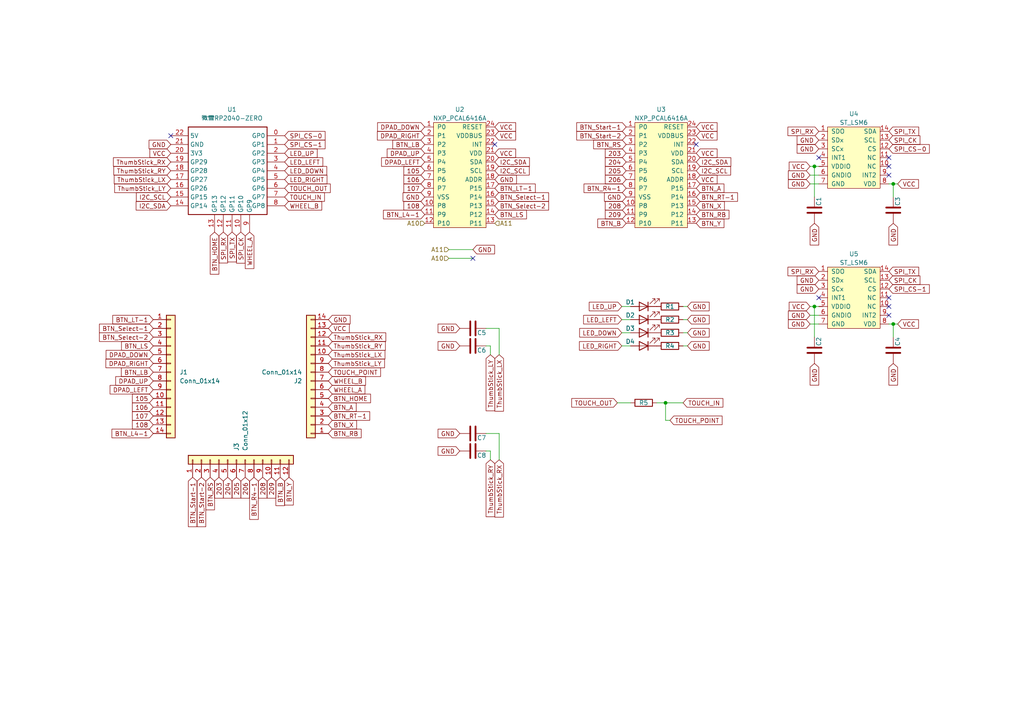
<source format=kicad_sch>
(kicad_sch (version 20231120) (generator "eeschema") (generator_version "8.0")
  (paper "A4")
  (lib_symbols
    (symbol "Connector_Generic:Conn_01x12" (pin_names (offset 1.016) hide)
      (property "Reference" "J" (at 0 15.24 0))
      (property "Value" "Conn_01x12" (at 0 -17.78 0))
      (symbol "Conn_01x12_1_1"
        (rectangle (start -1.27 -15.113) (end 0 -15.367) (stroke (width 0.1524)))
        (rectangle (start -1.27 -12.573) (end 0 -12.827) (stroke (width 0.1524)))
        (rectangle (start -1.27 -10.033) (end 0 -10.287) (stroke (width 0.1524)))
        (rectangle (start -1.27 -7.493) (end 0 -7.747) (stroke (width 0.1524)))
        (rectangle (start -1.27 -4.953) (end 0 -5.207) (stroke (width 0.1524)))
        (rectangle (start -1.27 -2.413) (end 0 -2.667) (stroke (width 0.1524)))
        (rectangle (start -1.27 0.127) (end 0 -0.127) (stroke (width 0.1524)))
        (rectangle (start -1.27 2.667) (end 0 2.413) (stroke (width 0.1524)))
        (rectangle (start -1.27 5.207) (end 0 4.953) (stroke (width 0.1524)))
        (rectangle (start -1.27 7.747) (end 0 7.493) (stroke (width 0.1524)))
        (rectangle (start -1.27 10.287) (end 0 10.033) (stroke (width 0.1524)))
        (rectangle (start -1.27 12.827) (end 0 12.573) (stroke (width 0.1524)))
        (rectangle (start -1.27 13.97) (end 1.27 -16.51) (stroke (width 0.254)) (fill (type background)))
        (pin passive line (at -5.08 12.7 0) (length 3.81) (name "Pin_1") (number "1"))
        (pin passive line (at -5.08 -10.16 0) (length 3.81) (name "Pin_10") (number "10"))
        (pin passive line (at -5.08 -12.7 0) (length 3.81) (name "Pin_11") (number "11"))
        (pin passive line (at -5.08 -15.24 0) (length 3.81) (name "Pin_12") (number "12"))
        (pin passive line (at -5.08 10.16 0) (length 3.81) (name "Pin_2") (number "2"))
        (pin passive line (at -5.08 7.62 0) (length 3.81) (name "Pin_3") (number "3"))
        (pin passive line (at -5.08 5.08 0) (length 3.81) (name "Pin_4") (number "4"))
        (pin passive line (at -5.08 2.54 0) (length 3.81) (name "Pin_5") (number "5"))
        (pin passive line (at -5.08 0 0) (length 3.81) (name "Pin_6") (number "6"))
        (pin passive line (at -5.08 -2.54 0) (length 3.81) (name "Pin_7") (number "7"))
        (pin passive line (at -5.08 -5.08 0) (length 3.81) (name "Pin_8") (number "8"))
        (pin passive line (at -5.08 -7.62 0) (length 3.81) (name "Pin_9") (number "9"))
      )
    )
    (symbol "Connector_Generic:Conn_01x14" (pin_names (offset 1.016) hide)
      (property "Reference" "J" (at 0 17.78 0))
      (property "Value" "Conn_01x14" (at 0 -20.32 0))
      (symbol "Conn_01x14_1_1"
        (rectangle (start -1.27 -17.653) (end 0 -17.907) (stroke (width 0.1524)))
        (rectangle (start -1.27 -15.113) (end 0 -15.367) (stroke (width 0.1524)))
        (rectangle (start -1.27 -12.573) (end 0 -12.827) (stroke (width 0.1524)))
        (rectangle (start -1.27 -10.033) (end 0 -10.287) (stroke (width 0.1524)))
        (rectangle (start -1.27 -7.493) (end 0 -7.747) (stroke (width 0.1524)))
        (rectangle (start -1.27 -4.953) (end 0 -5.207) (stroke (width 0.1524)))
        (rectangle (start -1.27 -2.413) (end 0 -2.667) (stroke (width 0.1524)))
        (rectangle (start -1.27 0.127) (end 0 -0.127) (stroke (width 0.1524)))
        (rectangle (start -1.27 2.667) (end 0 2.413) (stroke (width 0.1524)))
        (rectangle (start -1.27 5.207) (end 0 4.953) (stroke (width 0.1524)))
        (rectangle (start -1.27 7.747) (end 0 7.493) (stroke (width 0.1524)))
        (rectangle (start -1.27 10.287) (end 0 10.033) (stroke (width 0.1524)))
        (rectangle (start -1.27 12.827) (end 0 12.573) (stroke (width 0.1524)))
        (rectangle (start -1.27 15.367) (end 0 15.113) (stroke (width 0.1524)))
        (rectangle (start -1.27 16.51) (end 1.27 -19.05) (stroke (width 0.254)) (fill (type background)))
        (pin passive line (at -5.08 15.24 0) (length 3.81) (name "Pin_1") (number "1"))
        (pin passive line (at -5.08 -7.62 0) (length 3.81) (name "Pin_10") (number "10"))
        (pin passive line (at -5.08 -10.16 0) (length 3.81) (name "Pin_11") (number "11"))
        (pin passive line (at -5.08 -12.7 0) (length 3.81) (name "Pin_12") (number "12"))
        (pin passive line (at -5.08 -15.24 0) (length 3.81) (name "Pin_13") (number "13"))
        (pin passive line (at -5.08 -17.78 0) (length 3.81) (name "Pin_14") (number "14"))
        (pin passive line (at -5.08 12.7 0) (length 3.81) (name "Pin_2") (number "2"))
        (pin passive line (at -5.08 10.16 0) (length 3.81) (name "Pin_3") (number "3"))
        (pin passive line (at -5.08 7.62 0) (length 3.81) (name "Pin_4") (number "4"))
        (pin passive line (at -5.08 5.08 0) (length 3.81) (name "Pin_5") (number "5"))
        (pin passive line (at -5.08 2.54 0) (length 3.81) (name "Pin_6") (number "6"))
        (pin passive line (at -5.08 0 0) (length 3.81) (name "Pin_7") (number "7"))
        (pin passive line (at -5.08 -2.54 0) (length 3.81) (name "Pin_8") (number "8"))
        (pin passive line (at -5.08 -5.08 0) (length 3.81) (name "Pin_9") (number "9"))
      )
    )
    (symbol "Device:C" (pin_numbers hide) (pin_names (offset 0.254))
      (property "Reference" "C" (at 0.635 2.54 0))
      (property "Value" "C" (at 0.635 -2.54 0))
      (symbol "C_0_1"
        (polyline (pts (xy -2.032 -0.762) (xy 2.032 -0.762)) (stroke (width 0.508)))
        (polyline (pts (xy -2.032 0.762) (xy 2.032 0.762)) (stroke (width 0.508)))
      )
      (symbol "C_1_1"
        (pin passive line (at 0 3.81 270) (length 2.794) (name "~") (number "1"))
        (pin passive line (at 0 -3.81 90) (length 2.794) (name "~") (number "2"))
      )
    )
    (symbol "Device:LED" (pin_numbers hide) (pin_names (offset 1.016) hide)
      (property "Reference" "D" (at 0 2.54 0))
      (property "Value" "LED" (at 0 -2.54 0))
      (symbol "LED_0_1"
        (polyline (pts (xy -1.27 -1.27) (xy -1.27 1.27)) (stroke (width 0.254)))
        (polyline (pts (xy -1.27 0) (xy 1.27 0)))
        (polyline (pts (xy 1.27 -1.27) (xy 1.27 1.27) (xy -1.27 0) (xy 1.27 -1.27)) (stroke (width 0.254)))
        (polyline (pts (xy -3.048 -0.762) (xy -4.572 -2.286) (xy -3.81 -2.286) (xy -4.572 -2.286) (xy -4.572 -1.524)))
        (polyline (pts (xy -1.778 -0.762) (xy -3.302 -2.286) (xy -2.54 -2.286) (xy -3.302 -2.286) (xy -3.302 -1.524)))
      )
      (symbol "LED_1_1"
        (pin passive line (at -3.81 0 0) (length 2.54) (name "K") (number "1"))
        (pin passive line (at 3.81 0 180) (length 2.54) (name "A") (number "2"))
      )
    )
    (symbol "Device:R" (pin_numbers hide) (pin_names (offset 0))
      (property "Reference" "R" (at 2.032 0 90))
      (property "Value" "R" (at 0 0 90))
      (symbol "R_0_1"
        (rectangle (start -1.016 -2.54) (end 1.016 2.54) (stroke (width 0.254)))
      )
      (symbol "R_1_1"
        (pin passive line (at 0 3.81 270) (length 1.27) (name "~") (number "1"))
        (pin passive line (at 0 -3.81 90) (length 1.27) (name "~") (number "2"))
      )
    )
    (symbol "ILO_sym:NXP_PCAL6416A" (pin_names (offset 1.016))
      (property "Reference" "U" (at 0 11.43 0))
      (property "Value" "NXP_PCAL6416A" (at 0 13.97 0))
      (symbol "NXP_PCAL6416A_0_1"
        (rectangle (start -7.62 10.16) (end 7.62 -20.32) (fill (type background)))
      )
      (symbol "NXP_PCAL6416A_1_1"
        (pin input line (at -10.16 8.89 0) (length 2.54) (name "P0") (number "1"))
        (pin input line (at -10.16 -13.97 0) (length 2.54) (name "P8") (number "10"))
        (pin input line (at -10.16 -16.51 0) (length 2.54) (name "P9") (number "11"))
        (pin input line (at -10.16 -19.05 0) (length 2.54) (name "P10") (number "12"))
        (pin input line (at 10.16 -19.05 180) (length 2.54) (name "P11") (number "13"))
        (pin input line (at 10.16 -16.51 180) (length 2.54) (name "P12") (number "14"))
        (pin input line (at 10.16 -13.97 180) (length 2.54) (name "P13") (number "15"))
        (pin input line (at 10.16 -11.43 180) (length 2.54) (name "P14") (number "16"))
        (pin input line (at 10.16 -8.89 180) (length 2.54) (name "P15") (number "17"))
        (pin input line (at 10.16 -6.35 180) (length 2.54) (name "ADDR") (number "18"))
        (pin input line (at 10.16 -3.81 180) (length 2.54) (name "SCL") (number "19"))
        (pin input line (at -10.16 6.35 0) (length 2.54) (name "P1") (number "2"))
        (pin input line (at 10.16 -1.27 180) (length 2.54) (name "SDA") (number "20"))
        (pin input line (at 10.16 1.27 180) (length 2.54) (name "VDD") (number "21"))
        (pin input line (at 10.16 3.81 180) (length 2.54) (name "INT") (number "22"))
        (pin input line (at 10.16 6.35 180) (length 2.54) (name "VDDBUS") (number "23"))
        (pin input line (at 10.16 8.89 180) (length 2.54) (name "RESET") (number "24"))
        (pin input line (at -10.16 3.81 0) (length 2.54) (name "P2") (number "3"))
        (pin input line (at -10.16 1.27 0) (length 2.54) (name "P3") (number "4"))
        (pin input line (at -10.16 -1.27 0) (length 2.54) (name "P4") (number "5"))
        (pin input line (at -10.16 -3.81 0) (length 2.54) (name "P5") (number "6"))
        (pin input line (at -10.16 -6.35 0) (length 2.54) (name "P6") (number "7"))
        (pin input line (at -10.16 -8.89 0) (length 2.54) (name "P7") (number "8"))
        (pin input line (at -10.16 -11.43 0) (length 2.54) (name "VSS") (number "9"))
      )
    )
    (symbol "ILO_sym:ST_LSM6" (pin_names (offset 1.016))
      (property "Reference" "U" (at 0 10.16 0))
      (property "Value" "ST_LSM6" (at 0 7.62 0))
      (symbol "ST_LSM6_0_0"
        (rectangle (start -7.62 5.08) (end 7.62 -12.7) (fill (type background)))
      )
      (symbol "ST_LSM6_0_1"
        (rectangle (start -8.89 -6.35) (end -10.16 -6.35))
      )
      (symbol "ST_LSM6_1_1"
        (pin bidirectional line (at -10.16 3.81 0) (length 2.54) (name "SDO") (number "1"))
        (pin bidirectional line (at 10.16 -6.35 180) (length 2.54) (name "NC") (number "10"))
        (pin bidirectional line (at 10.16 -3.81 180) (length 2.54) (name "NC") (number "11"))
        (pin bidirectional line (at 10.16 -1.27 180) (length 2.54) (name "CS") (number "12"))
        (pin bidirectional line (at 10.16 1.27 180) (length 2.54) (name "SCL") (number "13"))
        (pin bidirectional line (at 10.16 3.81 180) (length 2.54) (name "SDA") (number "14"))
        (pin bidirectional line (at -10.16 1.27 0) (length 2.54) (name "SDx") (number "2"))
        (pin bidirectional line (at -10.16 -1.27 0) (length 2.54) (name "SCx") (number "3"))
        (pin bidirectional line (at -10.16 -3.81 0) (length 2.54) (name "INT1") (number "4"))
        (pin bidirectional line (at -10.16 -6.35 0) (length 2.54) (name "VDDIO") (number "5"))
        (pin bidirectional line (at -10.16 -8.89 0) (length 2.54) (name "GNDIO") (number "6"))
        (pin bidirectional line (at -10.16 -11.43 0) (length 2.54) (name "GND") (number "7"))
        (pin bidirectional line (at 10.16 -11.43 180) (length 2.54) (name "VDD") (number "8"))
        (pin bidirectional line (at 10.16 -8.89 180) (length 2.54) (name "INT2") (number "9"))
      )
    )
    (symbol "ILO_sym:微雪RP2040-ZERO"
      (property "Reference" "U?" (at 0 0 0))
      (property "Value" "微雪RP2040-ZERO" (at 0 0 0))
      (symbol "微雪RP2040-ZERO_0_0"
        (rectangle (start -15.24 0) (end 7.62 -25.4) (stroke (width 0.254)))
        (pin unspecified line (at -20.32 -7.62 0) (length 5.08) (name "3V3") (number "20"))
        (pin unspecified line (at -20.32 -5.08 0) (length 5.08) (name "GND") (number "21"))
        (pin unspecified line (at -20.32 -2.54 0) (length 5.08) (name "5V") (number "22"))
      )
      (symbol "微雪RP2040-ZERO_1_0"
        (pin unspecified line (at 12.7 -2.54 180) (length 5.08) (name "GP0") (number "0"))
        (pin unspecified line (at 12.7 -5.08 180) (length 5.08) (name "GP1") (number "1"))
        (pin unspecified line (at 0 -30.48 90) (length 5.08) (name "GP10") (number "10"))
        (pin unspecified line (at -2.54 -30.48 90) (length 5.08) (name "GP11") (number "11"))
        (pin unspecified line (at -5.08 -30.48 90) (length 5.08) (name "GP12") (number "12"))
        (pin unspecified line (at -7.62 -30.48 90) (length 5.08) (name "GP13") (number "13"))
        (pin unspecified line (at -20.32 -22.86 0) (length 5.08) (name "GP14") (number "14"))
        (pin unspecified line (at -20.32 -20.32 0) (length 5.08) (name "GP15") (number "15"))
        (pin unspecified line (at -20.32 -17.78 0) (length 5.08) (name "GP26") (number "16"))
        (pin unspecified line (at -20.32 -15.24 0) (length 5.08) (name "GP27") (number "17"))
        (pin unspecified line (at -20.32 -12.7 0) (length 5.08) (name "GP28") (number "18"))
        (pin unspecified line (at -20.32 -10.16 0) (length 5.08) (name "GP29") (number "19"))
        (pin unspecified line (at 12.7 -7.62 180) (length 5.08) (name "GP2") (number "2"))
        (pin unspecified line (at 12.7 -10.16 180) (length 5.08) (name "GP3") (number "3"))
        (pin unspecified line (at 12.7 -12.7 180) (length 5.08) (name "GP4") (number "4"))
        (pin unspecified line (at 12.7 -15.24 180) (length 5.08) (name "GP5") (number "5"))
        (pin unspecified line (at 12.7 -17.78 180) (length 5.08) (name "GP6") (number "6"))
        (pin unspecified line (at 12.7 -20.32 180) (length 5.08) (name "GP7") (number "7"))
        (pin unspecified line (at 12.7 -22.86 180) (length 5.08) (name "GP8") (number "8"))
        (pin unspecified line (at 2.54 -30.48 90) (length 5.08) (name "GP9") (number "9"))
      )
    )
  )
  (junction (at 259.08 93.98))
  (junction (at 193.04 116.84))
  (junction (at 259.08 53.34))
  (junction (at 236.22 88.9))
  (junction (at 236.22 48.26))
  (no_connect (at 201.93 41.91))
  (no_connect (at 257.81 50.8))
  (no_connect (at 49.53 39.37))
  (no_connect (at 143.51 41.91))
  (no_connect (at 257.81 88.9))
  (no_connect (at 237.49 45.72))
  (no_connect (at 257.81 48.26))
  (no_connect (at 137.16 74.93))
  (no_connect (at 257.81 91.44))
  (no_connect (at 257.81 86.36))
  (no_connect (at 257.81 45.72))
  (no_connect (at 237.49 86.36))
  (wire (pts (xy 180.34 96.52) (xy 182.88 96.52)))
  (wire (pts (xy 193.04 121.92) (xy 194.31 121.92)))
  (wire (pts (xy 234.95 50.8) (xy 237.49 50.8)))
  (wire (pts (xy 236.22 57.15) (xy 236.22 48.26)))
  (wire (pts (xy 199.39 96.52) (xy 198.12 96.52)))
  (wire (pts (xy 193.04 116.84) (xy 193.04 121.92)))
  (wire (pts (xy 234.95 91.44) (xy 237.49 91.44)))
  (wire (pts (xy 180.34 88.9) (xy 182.88 88.9)))
  (wire (pts (xy 142.24 100.33) (xy 140.97 100.33)))
  (wire (pts (xy 257.81 53.34) (xy 259.08 53.34)))
  (wire (pts (xy 142.24 130.81) (xy 140.97 130.81)))
  (wire (pts (xy 130.175 74.93) (xy 137.16 74.93)))
  (wire (pts (xy 259.08 53.34) (xy 259.08 57.15)))
  (wire (pts (xy 180.34 92.71) (xy 182.88 92.71)))
  (wire (pts (xy 144.78 95.25) (xy 144.78 102.87)))
  (wire (pts (xy 237.49 48.26) (xy 236.22 48.26)))
  (wire (pts (xy 236.22 88.9) (xy 234.95 88.9)))
  (wire (pts (xy 144.78 125.73) (xy 144.78 133.35)))
  (wire (pts (xy 193.04 116.84) (xy 198.12 116.84)))
  (wire (pts (xy 199.39 88.9) (xy 198.12 88.9)))
  (wire (pts (xy 257.81 93.98) (xy 259.08 93.98)))
  (wire (pts (xy 142.24 100.33) (xy 142.24 102.87)))
  (wire (pts (xy 142.24 130.81) (xy 142.24 133.35)))
  (wire (pts (xy 259.08 53.34) (xy 260.35 53.34)))
  (wire (pts (xy 199.39 92.71) (xy 198.12 92.71)))
  (wire (pts (xy 140.97 125.73) (xy 144.78 125.73)))
  (wire (pts (xy 259.08 93.98) (xy 259.08 97.79)))
  (wire (pts (xy 140.97 95.25) (xy 144.78 95.25)))
  (wire (pts (xy 236.22 97.79) (xy 236.22 88.9)))
  (wire (pts (xy 236.22 48.26) (xy 234.95 48.26)))
  (wire (pts (xy 199.39 100.33) (xy 198.12 100.33)))
  (wire (pts (xy 234.95 53.34) (xy 237.49 53.34)))
  (wire (pts (xy 130.175 72.39) (xy 137.16 72.39)))
  (wire (pts (xy 259.08 93.98) (xy 260.35 93.98)))
  (wire (pts (xy 190.5 116.84) (xy 193.04 116.84)))
  (wire (pts (xy 234.95 93.98) (xy 237.49 93.98)))
  (wire (pts (xy 179.07 116.84) (xy 182.88 116.84)))
  (wire (pts (xy 180.34 100.33) (xy 182.88 100.33)))
  (wire (pts (xy 237.49 88.9) (xy 236.22 88.9)))
  (global_label "ThumbStick_LX" (shape input) (at 95.25 102.87 0) (property "Intersheetrefs" "${INTERSHEET_REFS}" (effects (hide yes))))
  (global_label "BTN_HOME" (shape input) (at 62.23 67.31 270) (property "Intersheetrefs" "${INTERSHEET_REFS}" (effects (hide yes))))
  (global_label "ThumbStick_LX" (shape input) (at 49.53 52.07 180) (property "Intersheetrefs" "${INTERSHEET_REFS}" (effects (hide yes))))
  (global_label "GND" (shape input) (at 234.95 91.44 180) (property "Intersheetrefs" "${INTERSHEET_REFS}" (effects (hide yes))))
  (global_label "GND" (shape input) (at 143.51 52.07 0) (property "Intersheetrefs" "${INTERSHEET_REFS}" (effects (hide yes))))
  (global_label "BTN_LB" (shape input) (at 44.45 107.95 180) (property "Intersheetrefs" "${INTERSHEET_REFS}" (effects (hide yes))))
  (global_label "ThumbStick_RY" (shape input) (at 142.24 133.35 270) (property "Intersheetrefs" "${INTERSHEET_REFS}" (effects (hide yes))))
  (global_label "GND" (shape input) (at 199.39 96.52 0) (property "Intersheetrefs" "${INTERSHEET_REFS}" (effects (hide yes))))
  (global_label "GND" (shape input) (at 133.35 130.81 180) (property "Intersheetrefs" "${INTERSHEET_REFS}" (effects (hide yes))))
  (global_label "LED_RIGHT" (shape input) (at 82.55 52.07 0) (property "Intersheetrefs" "${INTERSHEET_REFS}" (effects (hide yes))))
  (global_label "VCC" (shape input) (at 201.93 36.83 0) (property "Intersheetrefs" "${INTERSHEET_REFS}" (effects (hide yes))))
  (global_label "BTN_Start-1" (shape input) (at 181.61 36.83 180) (property "Intersheetrefs" "${INTERSHEET_REFS}" (effects (hide yes))))
  (global_label "105" (shape input) (at 123.19 49.53 180) (property "Intersheetrefs" "${INTERSHEET_REFS}" (effects (hide yes))))
  (global_label "WHEEL_B" (shape input) (at 82.55 59.69 0) (property "Intersheetrefs" "${INTERSHEET_REFS}" (effects (hide yes))))
  (global_label "LED_LEFT" (shape input) (at 180.34 92.71 180) (property "Intersheetrefs" "${INTERSHEET_REFS}" (effects (hide yes))))
  (global_label "VCC" (shape input) (at 143.51 44.45 0) (property "Intersheetrefs" "${INTERSHEET_REFS}" (effects (hide yes))))
  (global_label "BTN_Start-1" (shape input) (at 55.88 138.43 270) (property "Intersheetrefs" "${INTERSHEET_REFS}" (effects (hide yes))))
  (global_label "BTN_A" (shape input) (at 95.25 118.11 0) (property "Intersheetrefs" "${INTERSHEET_REFS}" (effects (hide yes))))
  (global_label "DPAD_UP" (shape input) (at 44.45 110.49 180) (property "Intersheetrefs" "${INTERSHEET_REFS}" (effects (hide yes))))
  (global_label "204" (shape input) (at 181.61 46.99 180) (property "Intersheetrefs" "${INTERSHEET_REFS}" (effects (hide yes))))
  (global_label "SPI_TX" (shape input) (at 257.81 78.74 0) (property "Intersheetrefs" "${INTERSHEET_REFS}" (effects (hide yes))))
  (global_label "TOUCH_OUT" (shape input) (at 179.07 116.84 180) (property "Intersheetrefs" "${INTERSHEET_REFS}" (effects (hide yes))))
  (global_label "GND" (shape input) (at 137.16 72.39 0) (property "Intersheetrefs" "${INTERSHEET_REFS}" (effects (hide yes))))
  (global_label "204" (shape input) (at 66.04 138.43 270) (property "Intersheetrefs" "${INTERSHEET_REFS}" (effects (hide yes))))
  (global_label "SPI_TX" (shape input) (at 67.31 67.31 270) (property "Intersheetrefs" "${INTERSHEET_REFS}" (effects (hide yes))))
  (global_label "BTN_RS" (shape input) (at 60.96 138.43 270) (property "Intersheetrefs" "${INTERSHEET_REFS}" (effects (hide yes))))
  (global_label "203" (shape input) (at 63.5 138.43 270) (property "Intersheetrefs" "${INTERSHEET_REFS}" (effects (hide yes))))
  (global_label "BTN_X" (shape input) (at 201.93 59.69 0) (property "Intersheetrefs" "${INTERSHEET_REFS}" (effects (hide yes))))
  (global_label "108" (shape input) (at 123.19 59.69 180) (property "Intersheetrefs" "${INTERSHEET_REFS}" (effects (hide yes))))
  (global_label "I2C_SCL" (shape input) (at 143.51 49.53 0) (property "Intersheetrefs" "${INTERSHEET_REFS}" (effects (hide yes))))
  (global_label "BTN_HOME" (shape input) (at 95.25 115.57 0) (property "Intersheetrefs" "${INTERSHEET_REFS}" (effects (hide yes))))
  (global_label "TOUCH_IN" (shape input) (at 198.12 116.84 0) (property "Intersheetrefs" "${INTERSHEET_REFS}" (effects (hide yes))))
  (global_label "DPAD_UP" (shape input) (at 123.19 44.45 180) (property "Intersheetrefs" "${INTERSHEET_REFS}" (effects (hide yes))))
  (global_label "105" (shape input) (at 44.45 115.57 180) (property "Intersheetrefs" "${INTERSHEET_REFS}" (effects (hide yes))))
  (global_label "GND" (shape input) (at 234.95 50.8 180) (property "Intersheetrefs" "${INTERSHEET_REFS}" (effects (hide yes))))
  (global_label "SPI_RX" (shape input) (at 64.77 67.31 270) (property "Intersheetrefs" "${INTERSHEET_REFS}" (effects (hide yes))))
  (global_label "LED_UP" (shape input) (at 180.34 88.9 180) (property "Intersheetrefs" "${INTERSHEET_REFS}" (effects (hide yes))))
  (global_label "SPI_CK" (shape input) (at 257.81 40.64 0) (property "Intersheetrefs" "${INTERSHEET_REFS}" (effects (hide yes))))
  (global_label "107" (shape input) (at 123.19 54.61 180) (property "Intersheetrefs" "${INTERSHEET_REFS}" (effects (hide yes))))
  (global_label "ThumbStick_LY" (shape input) (at 49.53 54.61 180) (property "Intersheetrefs" "${INTERSHEET_REFS}" (effects (hide yes))))
  (global_label "GND" (shape input) (at 95.25 92.71 0) (property "Intersheetrefs" "${INTERSHEET_REFS}" (effects (hide yes))))
  (global_label "TOUCH_IN" (shape input) (at 82.55 57.15 0) (property "Intersheetrefs" "${INTERSHEET_REFS}" (effects (hide yes))))
  (global_label "ThumbStick_RY" (shape input) (at 95.25 100.33 0) (property "Intersheetrefs" "${INTERSHEET_REFS}" (effects (hide yes))))
  (global_label "TOUCH_POINT" (shape input) (at 194.31 121.92 0) (property "Intersheetrefs" "${INTERSHEET_REFS}" (effects (hide yes))))
  (global_label "BTN_LS" (shape input) (at 143.51 62.23 0) (property "Intersheetrefs" "${INTERSHEET_REFS}" (effects (hide yes))))
  (global_label "I2C_SDA" (shape input) (at 143.51 46.99 0) (property "Intersheetrefs" "${INTERSHEET_REFS}" (effects (hide yes))))
  (global_label "BTN_L4-1" (shape input) (at 44.45 125.73 180) (property "Intersheetrefs" "${INTERSHEET_REFS}" (effects (hide yes))))
  (global_label "LED_DOWN" (shape input) (at 82.55 49.53 0) (property "Intersheetrefs" "${INTERSHEET_REFS}" (effects (hide yes))))
  (global_label "108" (shape input) (at 44.45 123.19 180) (property "Intersheetrefs" "${INTERSHEET_REFS}" (effects (hide yes))))
  (global_label "SPI_RX" (shape input) (at 237.49 78.74 180) (property "Intersheetrefs" "${INTERSHEET_REFS}" (effects (hide yes))))
  (global_label "I2C_SCL" (shape input) (at 201.93 49.53 0) (property "Intersheetrefs" "${INTERSHEET_REFS}" (effects (hide yes))))
  (global_label "DPAD_RIGHT" (shape input) (at 44.45 105.41 180) (property "Intersheetrefs" "${INTERSHEET_REFS}" (effects (hide yes))))
  (global_label "TOUCH_OUT" (shape input) (at 82.55 54.61 0) (property "Intersheetrefs" "${INTERSHEET_REFS}" (effects (hide yes))))
  (global_label "209" (shape input) (at 78.74 138.43 270) (property "Intersheetrefs" "${INTERSHEET_REFS}" (effects (hide yes))))
  (global_label "TOUCH_POINT" (shape input) (at 95.25 107.95 0) (property "Intersheetrefs" "${INTERSHEET_REFS}" (effects (hide yes))))
  (global_label "BTN_LT-1" (shape input) (at 44.45 92.71 180) (property "Intersheetrefs" "${INTERSHEET_REFS}" (effects (hide yes))))
  (global_label "GND" (shape input) (at 199.39 92.71 0) (property "Intersheetrefs" "${INTERSHEET_REFS}" (effects (hide yes))))
  (global_label "WHEEL_B" (shape input) (at 95.25 110.49 0) (property "Intersheetrefs" "${INTERSHEET_REFS}" (effects (hide yes))))
  (global_label "WHEEL_A" (shape input) (at 72.39 67.31 270) (property "Intersheetrefs" "${INTERSHEET_REFS}" (effects (hide yes))))
  (global_label "VCC" (shape input) (at 260.35 53.34 0) (property "Intersheetrefs" "${INTERSHEET_REFS}" (effects (hide yes))))
  (global_label "GND" (shape input) (at 259.08 105.41 270) (property "Intersheetrefs" "${INTERSHEET_REFS}" (effects (hide yes))))
  (global_label "BTN_B" (shape input) (at 81.28 138.43 270) (property "Intersheetrefs" "${INTERSHEET_REFS}" (effects (hide yes))))
  (global_label "GND" (shape input) (at 49.53 41.91 180) (property "Intersheetrefs" "${INTERSHEET_REFS}" (effects (hide yes))))
  (global_label "VCC" (shape input) (at 260.35 93.98 0) (property "Intersheetrefs" "${INTERSHEET_REFS}" (effects (hide yes))))
  (global_label "206" (shape input) (at 181.61 52.07 180) (property "Intersheetrefs" "${INTERSHEET_REFS}" (effects (hide yes))))
  (global_label "BTN_X" (shape input) (at 95.25 123.19 0) (property "Intersheetrefs" "${INTERSHEET_REFS}" (effects (hide yes))))
  (global_label "203" (shape input) (at 181.61 44.45 180) (property "Intersheetrefs" "${INTERSHEET_REFS}" (effects (hide yes))))
  (global_label "SPI_TX" (shape input) (at 257.81 38.1 0) (property "Intersheetrefs" "${INTERSHEET_REFS}" (effects (hide yes))))
  (global_label "205" (shape input) (at 181.61 49.53 180) (property "Intersheetrefs" "${INTERSHEET_REFS}" (effects (hide yes))))
  (global_label "GND" (shape input) (at 181.61 57.15 180) (property "Intersheetrefs" "${INTERSHEET_REFS}" (effects (hide yes))))
  (global_label "BTN_Start-2" (shape input) (at 181.61 39.37 180) (property "Intersheetrefs" "${INTERSHEET_REFS}" (effects (hide yes))))
  (global_label "ThumbStick_LY" (shape input) (at 142.24 102.87 270) (property "Intersheetrefs" "${INTERSHEET_REFS}" (effects (hide yes))))
  (global_label "VCC" (shape input) (at 143.51 39.37 0) (property "Intersheetrefs" "${INTERSHEET_REFS}" (effects (hide yes))))
  (global_label "BTN_R4-1" (shape input) (at 181.61 54.61 180) (property "Intersheetrefs" "${INTERSHEET_REFS}" (effects (hide yes))))
  (global_label "VCC" (shape input) (at 234.95 48.26 180) (property "Intersheetrefs" "${INTERSHEET_REFS}" (effects (hide yes))))
  (global_label "BTN_Start-2" (shape input) (at 58.42 138.43 270) (property "Intersheetrefs" "${INTERSHEET_REFS}" (effects (hide yes))))
  (global_label "GND" (shape input) (at 234.95 93.98 180) (property "Intersheetrefs" "${INTERSHEET_REFS}" (effects (hide yes))))
  (global_label "ThumbStick_RX" (shape input) (at 144.78 133.35 270) (property "Intersheetrefs" "${INTERSHEET_REFS}" (effects (hide yes))))
  (global_label "DPAD_DOWN" (shape input) (at 44.45 102.87 180) (property "Intersheetrefs" "${INTERSHEET_REFS}" (effects (hide yes))))
  (global_label "BTN_Y" (shape input) (at 201.93 64.77 0) (property "Intersheetrefs" "${INTERSHEET_REFS}" (effects (hide yes))))
  (global_label "BTN_A" (shape input) (at 201.93 54.61 0) (property "Intersheetrefs" "${INTERSHEET_REFS}" (effects (hide yes))))
  (global_label "SPI_CS-0" (shape input) (at 257.81 43.18 0) (property "Intersheetrefs" "${INTERSHEET_REFS}" (effects (hide yes))))
  (global_label "GND" (shape input) (at 123.19 57.15 180) (property "Intersheetrefs" "${INTERSHEET_REFS}" (effects (hide yes))))
  (global_label "GND" (shape input) (at 237.49 40.64 180) (property "Intersheetrefs" "${INTERSHEET_REFS}" (effects (hide yes))))
  (global_label "106" (shape input) (at 123.19 52.07 180) (property "Intersheetrefs" "${INTERSHEET_REFS}" (effects (hide yes))))
  (global_label "107" (shape input) (at 44.45 120.65 180) (property "Intersheetrefs" "${INTERSHEET_REFS}" (effects (hide yes))))
  (global_label "I2C_SCL" (shape input) (at 49.53 57.15 180) (property "Intersheetrefs" "${INTERSHEET_REFS}" (effects (hide yes))))
  (global_label "GND" (shape input) (at 133.35 100.33 180) (property "Intersheetrefs" "${INTERSHEET_REFS}" (effects (hide yes))))
  (global_label "ThumbStick_RY" (shape input) (at 49.53 49.53 180) (property "Intersheetrefs" "${INTERSHEET_REFS}" (effects (hide yes))))
  (global_label "VCC" (shape input) (at 49.53 44.45 180) (property "Intersheetrefs" "${INTERSHEET_REFS}" (effects (hide yes))))
  (global_label "SPI_CS-0" (shape input) (at 82.55 39.37 0) (property "Intersheetrefs" "${INTERSHEET_REFS}" (effects (hide yes))))
  (global_label "VCC" (shape input) (at 201.93 39.37 0) (property "Intersheetrefs" "${INTERSHEET_REFS}" (effects (hide yes))))
  (global_label "106" (shape input) (at 44.45 118.11 180) (property "Intersheetrefs" "${INTERSHEET_REFS}" (effects (hide yes))))
  (global_label "209" (shape input) (at 181.61 62.23 180) (property "Intersheetrefs" "${INTERSHEET_REFS}" (effects (hide yes))))
  (global_label "BTN_L4-1" (shape input) (at 123.19 62.23 180) (property "Intersheetrefs" "${INTERSHEET_REFS}" (effects (hide yes))))
  (global_label "BTN_RT-1" (shape input) (at 201.93 57.15 0) (property "Intersheetrefs" "${INTERSHEET_REFS}" (effects (hide yes))))
  (global_label "GND" (shape input) (at 237.49 83.82 180) (property "Intersheetrefs" "${INTERSHEET_REFS}" (effects (hide yes))))
  (global_label "LED_DOWN" (shape input) (at 180.34 96.52 180) (property "Intersheetrefs" "${INTERSHEET_REFS}" (effects (hide yes))))
  (global_label "BTN_Select-1" (shape input) (at 44.45 95.25 180) (property "Intersheetrefs" "${INTERSHEET_REFS}" (effects (hide yes))))
  (global_label "BTN_RB" (shape input) (at 201.93 62.23 0) (property "Intersheetrefs" "${INTERSHEET_REFS}" (effects (hide yes))))
  (global_label "ThumbStick_LX" (shape input) (at 144.78 102.87 270) (property "Intersheetrefs" "${INTERSHEET_REFS}" (effects (hide yes))))
  (global_label "208" (shape input) (at 181.61 59.69 180) (property "Intersheetrefs" "${INTERSHEET_REFS}" (effects (hide yes))))
  (global_label "SPI_CK" (shape input) (at 69.85 67.31 270) (property "Intersheetrefs" "${INTERSHEET_REFS}" (effects (hide yes))))
  (global_label "BTN_Select-2" (shape input) (at 44.45 97.79 180) (property "Intersheetrefs" "${INTERSHEET_REFS}" (effects (hide yes))))
  (global_label "VCC" (shape input) (at 201.93 52.07 0) (property "Intersheetrefs" "${INTERSHEET_REFS}" (effects (hide yes))))
  (global_label "BTN_Select-2" (shape input) (at 143.51 59.69 0) (property "Intersheetrefs" "${INTERSHEET_REFS}" (effects (hide yes))))
  (global_label "GND" (shape input) (at 237.49 81.28 180) (property "Intersheetrefs" "${INTERSHEET_REFS}" (effects (hide yes))))
  (global_label "BTN_RS" (shape input) (at 181.61 41.91 180) (property "Intersheetrefs" "${INTERSHEET_REFS}" (effects (hide yes))))
  (global_label "GND" (shape input) (at 133.35 125.73 180) (property "Intersheetrefs" "${INTERSHEET_REFS}" (effects (hide yes))))
  (global_label "GND" (shape input) (at 236.22 64.77 270) (property "Intersheetrefs" "${INTERSHEET_REFS}" (effects (hide yes))))
  (global_label "SPI_CK" (shape input) (at 257.81 81.28 0) (property "Intersheetrefs" "${INTERSHEET_REFS}" (effects (hide yes))))
  (global_label "205" (shape input) (at 68.58 138.43 270) (property "Intersheetrefs" "${INTERSHEET_REFS}" (effects (hide yes))))
  (global_label "BTN_Select-1" (shape input) (at 143.51 57.15 0) (property "Intersheetrefs" "${INTERSHEET_REFS}" (effects (hide yes))))
  (global_label "LED_UP" (shape input) (at 82.55 44.45 0) (property "Intersheetrefs" "${INTERSHEET_REFS}" (effects (hide yes))))
  (global_label "BTN_B" (shape input) (at 181.61 64.77 180) (property "Intersheetrefs" "${INTERSHEET_REFS}" (effects (hide yes))))
  (global_label "SPI_CS-1" (shape input) (at 257.81 83.82 0) (property "Intersheetrefs" "${INTERSHEET_REFS}" (effects (hide yes))))
  (global_label "VCC" (shape input) (at 95.25 95.25 0) (property "Intersheetrefs" "${INTERSHEET_REFS}" (effects (hide yes))))
  (global_label "BTN_RT-1" (shape input) (at 95.25 120.65 0) (property "Intersheetrefs" "${INTERSHEET_REFS}" (effects (hide yes))))
  (global_label "ThumbStick_RX" (shape input) (at 95.25 97.79 0) (property "Intersheetrefs" "${INTERSHEET_REFS}" (effects (hide yes))))
  (global_label "BTN_Y" (shape input) (at 83.82 138.43 270) (property "Intersheetrefs" "${INTERSHEET_REFS}" (effects (hide yes))))
  (global_label "VCC" (shape input) (at 143.51 36.83 0) (property "Intersheetrefs" "${INTERSHEET_REFS}" (effects (hide yes))))
  (global_label "DPAD_RIGHT" (shape input) (at 123.19 39.37 180) (property "Intersheetrefs" "${INTERSHEET_REFS}" (effects (hide yes))))
  (global_label "LED_RIGHT" (shape input) (at 180.34 100.33 180) (property "Intersheetrefs" "${INTERSHEET_REFS}" (effects (hide yes))))
  (global_label "I2C_SDA" (shape input) (at 49.53 59.69 180) (property "Intersheetrefs" "${INTERSHEET_REFS}" (effects (hide yes))))
  (global_label "GND" (shape input) (at 199.39 100.33 0) (property "Intersheetrefs" "${INTERSHEET_REFS}" (effects (hide yes))))
  (global_label "GND" (shape input) (at 199.39 88.9 0) (property "Intersheetrefs" "${INTERSHEET_REFS}" (effects (hide yes))))
  (global_label "GND" (shape input) (at 133.35 95.25 180) (property "Intersheetrefs" "${INTERSHEET_REFS}" (effects (hide yes))))
  (global_label "SPI_CS-1" (shape input) (at 82.55 41.91 0) (property "Intersheetrefs" "${INTERSHEET_REFS}" (effects (hide yes))))
  (global_label "DPAD_LEFT" (shape input) (at 123.19 46.99 180) (property "Intersheetrefs" "${INTERSHEET_REFS}" (effects (hide yes))))
  (global_label "WHEEL_A" (shape input) (at 95.25 113.03 0) (property "Intersheetrefs" "${INTERSHEET_REFS}" (effects (hide yes))))
  (global_label "DPAD_LEFT" (shape input) (at 44.45 113.03 180) (property "Intersheetrefs" "${INTERSHEET_REFS}" (effects (hide yes))))
  (global_label "BTN_R4-1" (shape input) (at 73.66 138.43 270) (property "Intersheetrefs" "${INTERSHEET_REFS}" (effects (hide yes))))
  (global_label "VCC" (shape input) (at 201.93 44.45 0) (property "Intersheetrefs" "${INTERSHEET_REFS}" (effects (hide yes))))
  (global_label "BTN_LT-1" (shape input) (at 143.51 54.61 0) (property "Intersheetrefs" "${INTERSHEET_REFS}" (effects (hide yes))))
  (global_label "I2C_SDA" (shape input) (at 201.93 46.99 0) (property "Intersheetrefs" "${INTERSHEET_REFS}" (effects (hide yes))))
  (global_label "GND" (shape input) (at 237.49 43.18 180) (property "Intersheetrefs" "${INTERSHEET_REFS}" (effects (hide yes))))
  (global_label "DPAD_DOWN" (shape input) (at 123.19 36.83 180) (property "Intersheetrefs" "${INTERSHEET_REFS}" (effects (hide yes))))
  (global_label "BTN_LS" (shape input) (at 44.45 100.33 180) (property "Intersheetrefs" "${INTERSHEET_REFS}" (effects (hide yes))))
  (global_label "206" (shape input) (at 71.12 138.43 270) (property "Intersheetrefs" "${INTERSHEET_REFS}" (effects (hide yes))))
  (global_label "SPI_RX" (shape input) (at 237.49 38.1 180) (property "Intersheetrefs" "${INTERSHEET_REFS}" (effects (hide yes))))
  (global_label "208" (shape input) (at 76.2 138.43 270) (property "Intersheetrefs" "${INTERSHEET_REFS}" (effects (hide yes))))
  (global_label "BTN_LB" (shape input) (at 123.19 41.91 180) (property "Intersheetrefs" "${INTERSHEET_REFS}" (effects (hide yes))))
  (global_label "ThumbStick_LY" (shape input) (at 95.25 105.41 0) (property "Intersheetrefs" "${INTERSHEET_REFS}" (effects (hide yes))))
  (global_label "VCC" (shape input) (at 234.95 88.9 180) (property "Intersheetrefs" "${INTERSHEET_REFS}" (effects (hide yes))))
  (global_label "ThumbStick_RX" (shape input) (at 49.53 46.99 180) (property "Intersheetrefs" "${INTERSHEET_REFS}" (effects (hide yes))))
  (global_label "LED_LEFT" (shape input) (at 82.55 46.99 0) (property "Intersheetrefs" "${INTERSHEET_REFS}" (effects (hide yes))))
  (global_label "BTN_RB" (shape input) (at 95.25 125.73 0) (property "Intersheetrefs" "${INTERSHEET_REFS}" (effects (hide yes))))
  (global_label "GND" (shape input) (at 259.08 64.77 270) (property "Intersheetrefs" "${INTERSHEET_REFS}" (effects (hide yes))))
  (global_label "GND" (shape input) (at 234.95 53.34 180) (property "Intersheetrefs" "${INTERSHEET_REFS}" (effects (hide yes))))
  (global_label "GND" (shape input) (at 236.22 105.41 270) (property "Intersheetrefs" "${INTERSHEET_REFS}" (effects (hide yes))))
  (hierarchical_label "A10" (shape input) (at 130.175 74.93 180))
  (hierarchical_label "A10" (shape input) (at 123.19 64.77 180))
  (hierarchical_label "A11" (shape input) (at 143.51 64.77 0))
  (hierarchical_label "A11" (shape input) (at 130.175 72.39 180))
  (symbol (lib_id "Device:LED") (at 186.69 92.71 180) (unit 1)
    (property "Reference" "D2" (at 184.15 91.44 0) (effects (justify left)))
    (property "Value" "Diode" (effects (hide yes)))
    (property "Footprint" "ILO_fp:0603_d" (effects (hide yes)))
    (property "LCSC" "C2290" (effects (hide yes)))
    (property "Group" "LED" (effects (hide yes)))
    (property "Mount" "SMD" (effects (hide yes)))
    (property "Export" "yes" (effects (hide yes)))
  )
  (symbol (lib_id "Device:C") (at 137.16 100.33 90) (unit 1)
    (property "Reference" "C6" (at 139.7 101.6 90))
    (property "Value" "C" (effects (hide yes)))
    (property "Footprint" "ILO_fp:0402" (effects (hide yes)))
    (property "LCSC" "C1525" (effects (hide yes)))
    (property "Group" "C_100nF" (effects (hide yes)))
    (property "Mount" "SMD" (effects (hide yes)))
    (property "Export" "yes" (effects (hide yes)))
  )
  (symbol (lib_id "Device:R") (at 186.69 116.84 90) (unit 1)
    (property "Reference" "R5" (at 186.69 116.84 90))
    (property "Value" "R6" (effects (hide yes)))
    (property "Footprint" "ILO_fp:0402" (effects (hide yes)))
    (property "LCSC" "C11616" (effects (hide yes)))
    (property "Group" "R_500K" (effects (hide yes)))
    (property "Mount" "SMD" (effects (hide yes)))
    (property "Export" "yes" (effects (hide yes)))
  )
  (symbol (lib_id "Device:R") (at 194.31 100.33 270) (unit 1)
    (property "Reference" "R4" (at 194.31 100.33 90))
    (property "Value" "R" (effects (hide yes)))
    (property "Footprint" "ILO_fp:0603" (effects (hide yes)))
    (property "LCSC" "C22950" (effects (hide yes)))
    (property "Group" "R_20" (effects (hide yes)))
    (property "Mount" "SMD" (effects (hide yes)))
    (property "Export" "yes" (effects (hide yes)))
  )
  (symbol (lib_id "ILO_sym:NXP_PCAL6416A") (at 191.77 45.72 0) (unit 1)
    (property "Reference" "U3" (at 191.77 31.75 0))
    (property "Value" "NXP_PCAL6416A" (at 191.77 34.29 0))
    (property "Footprint" "ILO_fp:QFN24" (effects (hide yes)))
    (property "LCSC" "C2652287" (effects (hide yes)))
    (property "Mount" "SMD" (effects (hide yes)))
    (property "Group" "IO" (effects (hide yes)))
    (property "Export" "yes" (effects (hide yes)))
  )
  (symbol (lib_id "ILO_sym:ST_LSM6") (at 247.65 41.91 0) (unit 1)
    (property "Reference" "U4" (at 247.65 33.02 0))
    (property "Value" "ST_LSM6" (at 247.65 35.56 0))
    (property "Footprint" "ILO_fp:LGA14" (effects (hide yes)))
    (property "LCSC" "C784817" (effects (hide yes)))
    (property "Group" "IMU" (effects (hide yes)))
    (property "Mount" "SMD" (effects (hide yes)))
    (property "Export" "yes" (effects (hide yes)))
  )
  (symbol (lib_id "Device:C") (at 137.16 125.73 90) (unit 1)
    (property "Reference" "C7" (at 139.7 127 90))
    (property "Value" "C" (effects (hide yes)))
    (property "Footprint" "ILO_fp:0402" (effects (hide yes)))
    (property "LCSC" "C1525" (effects (hide yes)))
    (property "Group" "C_100nF" (effects (hide yes)))
    (property "Mount" "SMD" (effects (hide yes)))
    (property "Export" "yes" (effects (hide yes)))
  )
  (symbol (lib_id "Device:R") (at 194.31 96.52 270) (unit 1)
    (property "Reference" "R3" (at 194.31 96.52 90))
    (property "Value" "R" (effects (hide yes)))
    (property "Footprint" "ILO_fp:0603" (effects (hide yes)))
    (property "LCSC" "C22950" (effects (hide yes)))
    (property "Group" "R_20" (effects (hide yes)))
    (property "Mount" "SMD" (effects (hide yes)))
    (property "Export" "yes" (effects (hide yes)))
  )
  (symbol (lib_id "Device:C") (at 137.16 95.25 90) (unit 1)
    (property "Reference" "C5" (at 139.7 96.52 90))
    (property "Value" "C" (effects (hide yes)))
    (property "Footprint" "ILO_fp:0402" (effects (hide yes)))
    (property "LCSC" "C1525" (effects (hide yes)))
    (property "Group" "C_100nF" (effects (hide yes)))
    (property "Mount" "SMD" (effects (hide yes)))
    (property "Export" "yes" (effects (hide yes)))
  )
  (symbol (lib_id "Device:C") (at 236.22 101.6 180) (unit 1)
    (property "Reference" "C2" (at 237.49 99.06 90))
    (property "Value" "C" (effects (hide yes)))
    (property "Footprint" "ILO_fp:0402" (effects (hide yes)))
    (property "LCSC" "C1525" (effects (hide yes)))
    (property "Group" "C_100nF" (effects (hide yes)))
    (property "Mount" "SMD" (effects (hide yes)))
    (property "Export" "yes" (effects (hide yes)))
  )
  (symbol (lib_id "ILO_sym:ST_LSM6") (at 247.65 82.55 0) (unit 1)
    (property "Reference" "U5" (at 247.65 73.66 0))
    (property "Value" "ST_LSM6" (at 247.65 76.2 0))
    (property "Footprint" "ILO_fp:LGA14" (effects (hide yes)))
    (property "LCSC" "C784817" (effects (hide yes)))
    (property "Group" "IMU" (effects (hide yes)))
    (property "Mount" "SMD" (effects (hide yes)))
    (property "Export" "yes" (effects (hide yes)))
  )
  (symbol (lib_id "Device:C") (at 236.22 60.96 180) (unit 1)
    (property "Reference" "C1" (at 237.49 58.42 90))
    (property "Value" "C" (effects (hide yes)))
    (property "Footprint" "ILO_fp:0402" (effects (hide yes)))
    (property "LCSC" "C1525" (effects (hide yes)))
    (property "Group" "C_100nF" (effects (hide yes)))
    (property "Mount" "SMD" (effects (hide yes)))
    (property "Export" "yes" (effects (hide yes)))
  )
  (symbol (lib_id "Device:C") (at 137.16 130.81 90) (unit 1)
    (property "Reference" "C8" (at 139.7 132.08 90))
    (property "Value" "C" (effects (hide yes)))
    (property "Footprint" "ILO_fp:0402" (effects (hide yes)))
    (property "LCSC" "C1525" (effects (hide yes)))
    (property "Group" "C_100nF" (effects (hide yes)))
    (property "Mount" "SMD" (effects (hide yes)))
    (property "Export" "yes" (effects (hide yes)))
  )
  (symbol (lib_id "Device:R") (at 194.31 92.71 270) (unit 1)
    (property "Reference" "R2" (at 194.31 92.71 90))
    (property "Value" "R" (effects (hide yes)))
    (property "Footprint" "ILO_fp:0603" (effects (hide yes)))
    (property "LCSC" "C22950" (effects (hide yes)))
    (property "Group" "R_20" (effects (hide yes)))
    (property "Mount" "SMD" (effects (hide yes)))
    (property "Export" "yes" (effects (hide yes)))
  )
  (symbol (lib_id "ILO_sym:NXP_PCAL6416A") (at 133.35 45.72 0) (unit 1)
    (property "Reference" "U2" (at 133.35 31.75 0))
    (property "Value" "NXP_PCAL6416A" (at 133.35 34.29 0))
    (property "Footprint" "ILO_fp:QFN24" (effects (hide yes)))
    (property "LCSC" "C2652287" (effects (hide yes)))
    (property "Mount" "SMD" (effects (hide yes)))
    (property "Group" "IO" (effects (hide yes)))
    (property "Export" "yes" (effects (hide yes)))
  )
  (symbol (lib_id "Device:LED") (at 186.69 100.33 180) (unit 1)
    (property "Reference" "D4" (at 184.15 99.06 0) (effects (justify left)))
    (property "Value" "Diode" (effects (hide yes)))
    (property "Footprint" "ILO_fp:0603_d" (effects (hide yes)))
    (property "LCSC" "C2290" (effects (hide yes)))
    (property "Group" "LED" (effects (hide yes)))
    (property "Mount" "SMD" (effects (hide yes)))
    (property "Export" "yes" (effects (hide yes)))
  )
  (symbol (lib_id "Device:C") (at 259.08 101.6 180) (unit 1)
    (property "Reference" "C4" (at 260.35 99.06 90))
    (property "Value" "C" (effects (hide yes)))
    (property "Footprint" "ILO_fp:0402" (effects (hide yes)))
    (property "LCSC" "C1525" (effects (hide yes)))
    (property "Group" "C_100nF" (effects (hide yes)))
    (property "Mount" "SMD" (effects (hide yes)))
    (property "Export" "yes" (effects (hide yes)))
  )
  (symbol (lib_id "Connector_Generic:Conn_01x14") (at 49.53 107.95 0) (unit 1)
    (property "Reference" "J1" (at 52.07 107.9499 0) (effects (justify left)))
    (property "Value" "Conn_01x14" (at 52.07 110.4899 0) (effects (justify left)))
    (property "Footprint" "Longmao_fp:邮票孔排针1x14PIN_2.54MM" (effects (hide yes)))
    (property "Description" "Generic connector, single row, 01x14, script generated (kicad-library-utils/schlib/autogen/connector/)" (effects (hide yes)))
  )
  (symbol (lib_id "Device:LED") (at 186.69 88.9 180) (unit 1)
    (property "Reference" "D1" (at 184.15 87.63 0) (effects (justify left)))
    (property "Value" "Diode" (effects (hide yes)))
    (property "Footprint" "ILO_fp:0603_d" (effects (hide yes)))
    (property "LCSC" "C2290" (effects (hide yes)))
    (property "Group" "LED" (effects (hide yes)))
    (property "Mount" "SMD" (effects (hide yes)))
    (property "Export" "yes" (effects (hide yes)))
  )
  (symbol (lib_id "Device:C") (at 259.08 60.96 180) (unit 1)
    (property "Reference" "C3" (at 260.35 58.42 90))
    (property "Value" "C" (effects (hide yes)))
    (property "Footprint" "ILO_fp:0402" (effects (hide yes)))
    (property "LCSC" "C1525" (effects (hide yes)))
    (property "Group" "C_100nF" (effects (hide yes)))
    (property "Mount" "SMD" (effects (hide yes)))
    (property "Export" "yes" (effects (hide yes)))
  )
  (symbol (lib_id "Device:LED") (at 186.69 96.52 180) (unit 1)
    (property "Reference" "D3" (at 184.15 95.25 0) (effects (justify left)))
    (property "Value" "Diode" (effects (hide yes)))
    (property "Footprint" "ILO_fp:0603_d" (effects (hide yes)))
    (property "LCSC" "C2290" (effects (hide yes)))
    (property "Group" "LED" (effects (hide yes)))
    (property "Mount" "SMD" (effects (hide yes)))
    (property "Export" "yes" (effects (hide yes)))
  )
  (symbol (lib_id "Device:R") (at 194.31 88.9 270) (unit 1)
    (property "Reference" "R1" (at 194.31 88.9 90))
    (property "Value" "R" (effects (hide yes)))
    (property "Footprint" "ILO_fp:0603" (effects (hide yes)))
    (property "LCSC" "C22950" (effects (hide yes)))
    (property "Group" "R_20" (effects (hide yes)))
    (property "Mount" "SMD" (effects (hide yes)))
    (property "Export" "yes" (effects (hide yes)))
  )
  (symbol (lib_id "ILO_sym:微雪RP2040-ZERO") (at 69.85 36.83 0) (unit 1)
    (property "Reference" "U1" (at 67.2789 31.75 0))
    (property "Value" "微雪RP2040-ZERO" (at 67.2789 34.29 0))
    (property "Footprint" "Longmao_fp:RP2040-ZERO_SMT" (effects (hide yes)))
    (property "Datasheet" "https://www.waveshare.net/w/upload/4/4c/RP2040_Zero.pdf" (effects (hide yes)))
    (property "Supplier" "waveshare" (effects (hide yes)))
  )
  (symbol (lib_id "Connector_Generic:Conn_01x14") (at 90.17 110.49 180) (unit 1)
    (property "Reference" "J2" (at 87.63 110.4901 0) (effects (justify left)))
    (property "Value" "Conn_01x14" (at 87.63 107.9501 0) (effects (justify left)))
    (property "Footprint" "Longmao_fp:邮票孔排针1x14PIN_2.54MM" (effects (hide yes)))
    (property "Description" "Generic connector, single row, 01x14, script generated (kicad-library-utils/schlib/autogen/connector/)" (effects (hide yes)))
  )
  (symbol (lib_id "Connector_Generic:Conn_01x12") (at 68.58 133.35 90) (unit 1)
    (property "Reference" "J3" (at 68.5799 130.81 0) (effects (justify left)))
    (property "Value" "Conn_01x12" (at 71.1199 130.81 0) (effects (justify left)))
    (property "Footprint" "Longmao_fp:邮票孔排针1x12PIN_2.54MM" (effects (hide yes)))
    (property "Description" "Generic connector, single row, 01x12, script generated (kicad-library-utils/schlib/autogen/connector/)" (effects (hide yes)))
  )
)
</source>
